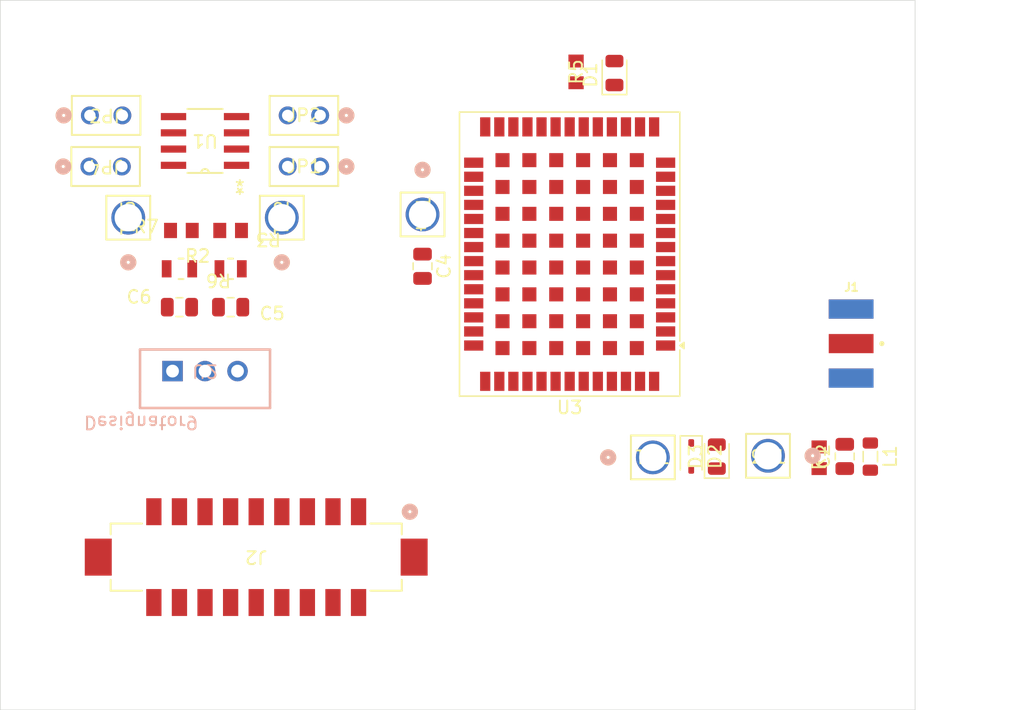
<source format=kicad_pcb>
(kicad_pcb (version 20240108) (generator "pcbnew") (generator_version "8.0")
  (layers (0 "F.Cu" signal) (31 "B.Cu" signal) (34 "B.Paste" user) (35 "F.Paste" user) (36 "B.SilkS" user "B.Silkscreen") (37 "F.SilkS" user "F.Silkscreen") (38 "B.Mask" user) (39 "F.Mask" user) (44 "Edge.Cuts" user))
  (net 0 "")
  (net 1 "/3v3_puce")
  (net 2 "GND")
  (net 3 "Net-(C2-Pad1)")
  (net 4 "/RF_IN")
  (net 5 "Net-(D1-A)")
  (net 6 "/I{slash}O ")
  (net 7 "Net-(U2-OUTPUT)")
  (net 8 "/UART_RX")
  (net 9 "/I{slash}O_CLK_SELECT")
  (net 10 "/O_TX_STATE")
  (net 11 "/UART_TX")
  (net 12 "/I_D_Sel")
  (net 13 "/I_RESET")
  (net 14 "/TIMER")
  (net 15 "/12V")
  (net 16 "/3V3-jumper")
  (net 17 "/5V-jumper")
  (net 18 "/5v_antenne")
  (net 19 "/3V3-IN")
  (net 20 "/5V-IN")
  (net 21 "/jumper_3V_out")
  (net 22 "/jumper_5V_out")
  (net 23 "Net-(U3-RTK_STAT)")
  (footprint "TestPoint:CONN1_5011_KEY" (layer "F.Cu") (at 45.000001 28.75 -90)
    (property "Reference" "TP4" (at 0 0 -90) (layer "F.SilkS"))
    (property "Value" "TestPoint")
    (fp_circle (center -3.4925 0) (end -3.1115 0) (stroke (width 0.508)) (fill none) (layer "B.SilkS"))
    (fp_line (start -1.7145 1.7145) (end 1.7145 1.7145) (stroke (width 0.1524)) (layer "F.SilkS"))
    (fp_line (start 1.7145 1.7145) (end 1.7145 -1.7145) (stroke (width 0.1524)) (layer "F.SilkS"))
    (fp_line (start -1.7145 -1.7145) (end -1.7145 1.7145) (stroke (width 0.1524)) (layer "F.SilkS"))
    (fp_line (start 1.7145 -1.7145) (end -1.7145 -1.7145) (stroke (width 0.1524)) (layer "F.SilkS"))
    (fp_circle (center -3.4925 0) (end -3.1115 0) (stroke (width 0.508)) (fill none) (layer "F.SilkS"))
    (pad "1" thru_hole circle (at 0 0 270) (size 2.6416 2.6416) (drill 2.1336) (layers "*.Cu" "*.Mask") (net 1 "/3v3_puce"))
  )
  (footprint "Connector:CON_1x02" (layer "F.Cu") (at 37.000001 25)
    (property "Reference" "JP1" (at -1.27 0 0) (layer "F.SilkS"))
    (property "Value" "Jumper_2_Open")
    (fp_circle (center 2.0447 0) (end 2.4257 0) (stroke (width 0.508)) (fill none) (layer "B.SilkS"))
    (fp_line (start -3.9497 -1.524) (end -3.9497 1.524) (stroke (width 0.1524)) (layer "F.SilkS"))
    (fp_line (start -3.9497 1.524) (end 1.4097 1.524) (stroke (width 0.1524)) (layer "F.SilkS"))
    (fp_line (start 1.4097 -1.524) (end -3.9497 -1.524) (stroke (width 0.1524)) (layer "F.SilkS"))
    (fp_line (start 1.4097 1.524) (end 1.4097 -1.524) (stroke (width 0.1524)) (layer "F.SilkS"))
    (fp_circle (center 2.0447 0) (end 2.4257 0) (stroke (width 0.508)) (fill none) (layer "F.SilkS"))
    (pad "1" thru_hole circle (at 0 0) (size 1.397 1.397) (drill 0.889) (layers "*.Cu" "*.Mask") (net 19 "/3V3-IN"))
    (pad "2" thru_hole circle (at -2.54 0) (size 1.397 1.397) (drill 0.889) (layers "*.Cu" "*.Mask") (net 21 "/jumper_3V_out"))
  )
  (footprint "Inductor_SMD:L_0805_2012Metric" (layer "F.Cu") (at 80.000001 47.6875 -90)
    (property "Reference" "L1" (at 0 -1.55 90) (layer "F.SilkS"))
    (property "Value" "0.01 µH")
    (fp_line (start -0.399622 0.56) (end 0.399622 0.56) (stroke (width 0.12)) (layer "F.SilkS"))
    (fp_line (start -0.399622 -0.56) (end 0.399622 -0.56) (stroke (width 0.12)) (layer "F.SilkS"))
    (pad "1" smd roundrect (at -1.0625 0 270) (size 0.875 1.2) (layers "F.Cu" "F.Paste" "F.Mask") (net 4 "/RF_IN"))
    (pad "2" smd roundrect (at 1.0625 0 270) (size 0.875 1.2) (layers "F.Cu" "F.Paste" "F.Mask") (net 3 "Net-(C2-Pad1)"))
  )
  (footprint "Capacitor_SMD:C_0805_2012Metric" (layer "F.Cu") (at 78.000001 47.675 90)
    (property "Reference" "C2" (at 0 -1.68 90) (layer "F.SilkS"))
    (property "Value" "100nf")
    (fp_line (start -0.261252 -0.735) (end 0.261252 -0.735) (stroke (width 0.12)) (layer "F.SilkS"))
    (fp_line (start -0.261252 0.735) (end 0.261252 0.735) (stroke (width 0.12)) (layer "F.SilkS"))
    (pad "1" smd roundrect (at -0.95 0 90) (size 1 1.45) (layers "F.Cu" "F.Paste" "F.Mask") (net 3 "Net-(C2-Pad1)"))
    (pad "2" smd roundrect (at 0.95 0 90) (size 1 1.45) (layers "F.Cu" "F.Paste" "F.Mask") (net 2 "GND"))
  )
  (footprint "Connector:CON18_2X9_U_DF11_HIR" (layer "F.Cu") (at 32 55.55 180)
    (property "Reference" "J2" (at 0 0 180) (layer "F.SilkS"))
    (property "Value" "DF11-18DS-2DSA06")
    (fp_circle (center -12.012 3.55) (end -11.631 3.55) (stroke (width 0.508)) (fill none) (layer "B.SilkS"))
    (fp_line (start 11.377 2.627) (end 11.377 1.78054) (stroke (width 0.1524)) (layer "F.SilkS"))
    (fp_line (start 11.377 -1.78054) (end 11.377 -2.627) (stroke (width 0.1524)) (layer "F.SilkS"))
    (fp_line (start 11.377 -2.627) (end 8.929639 -2.627) (stroke (width 0.1524)) (layer "F.SilkS"))
    (fp_line (start 8.929639 2.627) (end 11.377 2.627) (stroke (width 0.1524)) (layer "F.SilkS"))
    (fp_line (start -8.929639 -2.627) (end -11.377 -2.627) (stroke (width 0.1524)) (layer "F.SilkS"))
    (fp_line (start -11.377 2.627) (end -8.929639 2.627) (stroke (width 0.1524)) (layer "F.SilkS"))
    (fp_line (start -11.377 1.78054) (end -11.377 2.627) (stroke (width 0.1524)) (layer "F.SilkS"))
    (fp_line (start -11.377 -2.627) (end -11.377 -1.78054) (stroke (width 0.1524)) (layer "F.SilkS"))
    (fp_circle (center -12.012 3.55) (end -11.631 3.55) (stroke (width 0.508)) (fill none) (layer "F.SilkS"))
    (pad "1" smd rect (at -7.999999 3.55 180) (size 1.1938 2.1082) (layers "F.Cu" "F.Paste" "F.Mask") (net 14 "/TIMER"))
    (pad "2" smd rect (at -7.999999 -3.550001 180) (size 1.1938 2.1082) (layers "F.Cu" "F.Paste" "F.Mask") (net 13 "/I_RESET"))
    (pad "3" smd rect (at -6.000001 3.55 180) (size 1.1938 2.1082) (layers "F.Cu" "F.Paste" "F.Mask") (net 12 "/I_D_Sel"))
    (pad "4" smd rect (at -6.000001 -3.550001 180) (size 1.1938 2.1082) (layers "F.Cu" "F.Paste" "F.Mask") (net 10 "/O_TX_STATE"))
    (pad "5" smd rect (at -4 3.55 180) (size 1.1938 2.1082) (layers "F.Cu" "F.Paste" "F.Mask") (net 9 "/I{slash}O_CLK_SELECT"))
    (pad "6" smd rect (at -4 -3.550001 180) (size 1.1938 2.1082) (layers "F.Cu" "F.Paste" "F.Mask") (net 6 "/I{slash}O "))
    (pad "7" smd rect (at -2.000001 3.55 180) (size 1.1938 2.1082) (layers "F.Cu" "F.Paste" "F.Mask") (net 11 "/UART_TX"))
    (pad "8" smd rect (at -2.000001 -3.550001 180) (size 1.1938 2.1082) (layers "F.Cu" "F.Paste" "F.Mask") (net 8 "/UART_RX"))
    (pad "9" smd rect (at 0 3.55 180) (size 1.1938 2.1082) (layers "F.Cu" "F.Paste" "F.Mask") (net 2 "GND"))
    (pad "10" smd rect (at 0 -3.550001 180) (size 1.1938 2.1082) (layers "F.Cu" "F.Paste" "F.Mask"))
    (pad "11" smd rect (at 2.000001 3.55 180) (size 1.1938 2.1082) (layers "F.Cu" "F.Paste" "F.Mask"))
    (pad "12" smd rect (at 2.000001 -3.550001 180) (size 1.1938 2.1082) (layers "F.Cu" "F.Paste" "F.Mask"))
    (pad "13" smd rect (at 4 3.55 180) (size 1.1938 2.1082) (layers "F.Cu" "F.Paste" "F.Mask"))
    (pad "14" smd rect (at 4 -3.550001 180) (size 1.1938 2.1082) (layers "F.Cu" "F.Paste" "F.Mask"))
    (pad "15" smd rect (at 6.000001 3.55 180) (size 1.1938 2.1082) (layers "F.Cu" "F.Paste" "F.Mask"))
    (pad "16" smd rect (at 6.000001 -3.550001 180) (size 1.1938 2.1082) (layers "F.Cu" "F.Paste" "F.Mask") (net 17 "/5V-jumper"))
    (pad "17" smd rect (at 7.999999 3.55 180) (size 1.1938 2.1082) (layers "F.Cu" "F.Paste" "F.Mask") (net 16 "/3V3-jumper"))
    (pad "18" smd rect (at 7.999999 -3.550001 180) (size 1.1938 2.1082) (layers "F.Cu" "F.Paste" "F.Mask") (net 15 "/12V"))
    (pad "19" smd rect (at -12.3444 0 180) (size 2.1082 2.8956) (layers "F.Cu" "F.Paste" "F.Mask"))
    (pad "20" smd rect (at 12.3444 0 180) (size 2.1082 2.8956) (layers "F.Cu" "F.Paste" "F.Mask"))
  )
  (footprint "TestPoint:CONN1_5011_KEY" (layer "F.Cu") (at 63.000001 47.75)
    (property "Reference" "TP1" (at 0 0 0) (layer "F.SilkS"))
    (property "Value" "TestPoint")
    (fp_circle (center -3.4925 0) (end -3.1115 0) (stroke (width 0.508)) (fill none) (layer "B.SilkS"))
    (fp_line (start -1.7145 -1.7145) (end -1.7145 1.7145) (stroke (width 0.1524)) (layer "F.SilkS"))
    (fp_line (start -1.7145 1.7145) (end 1.7145 1.7145) (stroke (width 0.1524)) (layer "F.SilkS"))
    (fp_line (start 1.7145 -1.7145) (end -1.7145 -1.7145) (stroke (width 0.1524)) (layer "F.SilkS"))
    (fp_line (start 1.7145 1.7145) (end 1.7145 -1.7145) (stroke (width 0.1524)) (layer "F.SilkS"))
    (fp_circle (center -3.4925 0) (end -3.1115 0) (stroke (width 0.508)) (fill none) (layer "F.SilkS"))
    (pad "1" thru_hole circle (at 0 0) (size 2.6416 2.6416) (drill 2.1336) (layers "*.Cu" "*.Mask") (net 4 "/RF_IN"))
  )
  (footprint "Diode_SMD:D_0805_2012Metric" (layer "F.Cu") (at 68.000001 47.6875 90)
    (property "Reference" "D3" (at 0 -1.65 90) (layer "F.SilkS"))
    (property "Value" "3.7")
    (fp_line (start 1 -0.96) (end -1.685 -0.96) (stroke (width 0.12)) (layer "F.SilkS"))
    (fp_line (start -1.685 -0.96) (end -1.685 0.96) (stroke (width 0.12)) (layer "F.SilkS"))
    (fp_line (start -1.685 0.96) (end 1 0.96) (stroke (width 0.12)) (layer "F.SilkS"))
    (pad "1" smd roundrect (at -0.9375 0 90) (size 0.975 1.4) (layers "F.Cu" "F.Paste" "F.Mask") (net 2 "GND"))
    (pad "2" smd roundrect (at 0.9375 0 90) (size 0.975 1.4) (layers "F.Cu" "F.Paste" "F.Mask") (net 4 "/RF_IN"))
  )
  (footprint "00_OPA2365:D8" (layer "F.Cu") (at 28.000001 23 180)
    (property "Reference" "U1" (at 0 0 180) (layer "F.SilkS"))
    (property "Value" "OPA2365AID")
    (fp_line (start 1.373653 -2.5019) (end -1.373653 -2.5019) (stroke (width 0.1524)) (layer "F.SilkS"))
    (fp_line (start -1.373653 2.5019) (end 1.373653 2.5019) (stroke (width 0.1524)) (layer "F.SilkS"))
    (fp_arc (start 0.3048 -2.5019) (mid 0 -2.1971) (end -0.3048 -2.5019) (stroke (width 0.1524)) (layer "F.SilkS"))
    (fp_text user "*" (at -2.7178 -3.6068 360) (layer "F.SilkS"))
    (fp_text user "*" (at -2.7178 -3.6068 180) (layer "F.SilkS"))
    (pad "1" smd rect (at -2.4638 -1.905 180) (size 1.9812 0.5588) (layers "F.Cu" "F.Paste" "F.Mask") (net 1 "/3v3_puce"))
    (pad "2" smd rect (at -2.4638 -0.635 180) (size 1.9812 0.5588) (layers "F.Cu" "F.Paste" "F.Mask") (net 1 "/3v3_puce"))
    (pad "3" smd rect (at -2.4638 0.635 180) (size 1.9812 0.5588) (layers "F.Cu" "F.Paste" "F.Mask") (net 21 "/jumper_3V_out"))
    (pad "4" smd rect (at -2.4638 1.905 180) (size 1.9812 0.5588) (layers "F.Cu" "F.Paste" "F.Mask") (net 2 "GND"))
    (pad "5" smd rect (at 2.4638 1.905 180) (size 1.9812 0.5588) (layers "F.Cu" "F.Paste" "F.Mask") (net 22 "/jumper_5V_out"))
    (pad "6" smd rect (at 2.4638 0.635 180) (size 1.9812 0.5588) (layers "F.Cu" "F.Paste" "F.Mask") (net 18 "/5v_antenne"))
    (pad "7" smd rect (at 2.4638 -0.635 180) (size 1.9812 0.5588) (layers "F.Cu" "F.Paste" "F.Mask") (net 18 "/5v_antenne"))
    (pad "8" smd rect (at 2.4638 -1.905 180) (size 1.9812 0.5588) (layers "F.Cu" "F.Paste" "F.Mask") (net 15 "/12V"))
  )
  (footprint "Capacitor_SMD:C_0805_2012Metric" (layer "F.Cu") (at 26.000001 36)
    (property "Reference" "C6" (at -3.15 -0.8 360) (layer "F.SilkS"))
    (property "Value" "100nF")
    (fp_line (start -0.261252 -0.735) (end 0.261252 -0.735) (stroke (width 0.12)) (layer "F.SilkS"))
    (fp_line (start -0.261252 0.735) (end 0.261252 0.735) (stroke (width 0.12)) (layer "F.SilkS"))
    (pad "1" smd roundrect (at -0.95 0) (size 1 1.45) (layers "F.Cu" "F.Paste" "F.Mask") (net 7 "Net-(U2-OUTPUT)"))
    (pad "2" smd roundrect (at 0.95 0) (size 1 1.45) (layers "F.Cu" "F.Paste" "F.Mask") (net 2 "GND"))
  )
  (footprint "res_SMD_10kohm:YAG_R0805_YAG" (layer "F.Cu") (at 26.125301 33 180)
    (property "Reference" "R6" (at -2.9253 -0.9 180) (layer "F.SilkS"))
    (property "Value" "10k")
    (fp_line (start 0.18775 -0.8001) (end -0.18775 -0.8001) (stroke (width 0.1524)) (layer "F.SilkS"))
    (fp_line (start -0.18775 0.8001) (end 0.18775 0.8001) (stroke (width 0.1524)) (layer "F.SilkS"))
    (pad "1" smd rect (at -0.8747 0 180) (size 0.7588 1.3462) (layers "F.Cu" "F.Paste" "F.Mask") (net 7 "Net-(U2-OUTPUT)"))
    (pad "2" smd rect (at 1.1253 0 180) (size 0.7588 1.3462) (layers "F.Cu" "F.Paste" "F.Mask") (net 20 "/5V-IN"))
  )
  (footprint "Connector:CON_1x02" (layer "F.Cu") (at 18.960001 25 180)
    (property "Reference" "JP4" (at -1.27 0 180) (layer "F.SilkS"))
    (property "Value" "Jumper_2_Open")
    (fp_circle (center 2.0447 0) (end 2.4257 0) (stroke (width 0.508)) (fill none) (layer "B.SilkS"))
    (fp_line (start 1.4097 1.524) (end 1.4097 -1.524) (stroke (width 0.1524)) (layer "F.SilkS"))
    (fp_line (start 1.4097 -1.524) (end -3.9497 -1.524) (stroke (width 0.1524)) (layer "F.SilkS"))
    (fp_line (start -3.9497 1.524) (end 1.4097 1.524) (stroke (width 0.1524)) (layer "F.SilkS"))
    (fp_line (start -3.9497 -1.524) (end -3.9497 1.524) (stroke (width 0.1524)) (layer "F.SilkS"))
    (fp_circle (center 2.0447 0) (end 2.4257 0) (stroke (width 0.508)) (fill none) (layer "F.SilkS"))
    (pad "1" thru_hole circle (at 0 0 180) (size 1.397 1.397) (drill 0.889) (layers "*.Cu" "*.Mask") (net 17 "/5V-jumper"))
    (pad "2" thru_hole circle (at -2.54 0 180) (size 1.397 1.397) (drill 0.889) (layers "*.Cu" "*.Mask") (net 22 "/jumper_5V_out"))
  )
  (footprint "SMA:RFSOLUTIONS_CON-SMA-EDGE-S" (layer "F.Cu") (at 78.500001 38.85)
    (property "Reference" "J1" (at 0.032 -4.4064 0) (layer "F.SilkS") (effects (font (size 0.64 0.64))))
    (property "Value" "Conn_Coaxial_Small")
    (fp_circle (center 2.4 0) (end 2.5 0) (stroke (width 0.2)) (fill none) (layer "F.SilkS"))
    (pad "1" smd rect (at 0 0) (size 3.5 1.5) (layers "F.Cu" "F.Paste" "F.Mask") (net 4 "/RF_IN"))
    (pad "G1" smd rect (at 0 -2.7) (size 3.5 1.5) (layers "F.Cu" "F.Paste" "F.Mask"))
    (pad "G2" smd rect (at 0 2.7) (size 3.5 1.5) (layers "F.Cu" "F.Paste" "F.Mask"))
    (pad "G3" smd rect (at 0 -2.7) (size 3.5 1.5) (layers "B.Cu" "B.Paste" "B.Mask"))
    (pad "G4" smd rect (at 0 2.7) (size 3.5 1.5) (layers "B.Cu" "B.Paste" "B.Mask"))
  )
  (footprint "Diode_SMD:D_SOD-323" (layer "F.Cu") (at 66.000001 47.675 -90)
    (property "Reference" "D2" (at 0 -1.85 90) (layer "F.SilkS"))
    (property "Value" "3.6")
    (fp_line (start -1.61 0.85) (end 1.05 0.85) (stroke (width 0.12)) (layer "F.SilkS"))
    (fp_line (start -1.61 -0.85) (end -1.61 0.85) (stroke (width 0.12)) (layer "F.SilkS"))
    (fp_line (start -1.61 -0.85) (end 1.05 -0.85) (stroke (width 0.12)) (layer "F.SilkS"))
    (pad "1" smd roundrect (at -1.05 0 270) (size 0.6 0.45) (layers "F.Cu" "F.Paste" "F.Mask") (net 4 "/RF_IN"))
    (pad "2" smd roundrect (at 1.05 0 270) (size 0.6 0.45) (layers "F.Cu" "F.Paste" "F.Mask") (net 2 "GND"))
  )
  (footprint "res_SMD_5.6kohm:RC0805N_YAG" (layer "F.Cu") (at 26.151901 30)
    (property "Reference" "R7" (at -2.7519 -0.3 0) (layer "F.SilkS"))
    (property "Value" "5.6k")
    (pad "1" smd rect (at -0.8481 0) (size 1.0104 1.1938) (layers "F.Cu" "F.Paste" "F.Mask") (net 20 "/5V-IN"))
    (pad "2" smd rect (at 0.8481 0) (size 1.0104 1.1938) (layers "F.Cu" "F.Paste" "F.Mask") (net 2 "GND"))
  )
  (footprint "TestPoint:CONN1_5011_KEY" (layer "F.Cu") (at 22.000001 29 90)
    (property "Reference" "TP5" (at 0 0 90) (layer "F.SilkS"))
    (property "Value" "TestPoint")
    (fp_circle (center -3.4925 0) (end -3.1115 0) (stroke (width 0.508)) (fill none) (layer "B.SilkS"))
    (fp_line (start 1.7145 -1.7145) (end -1.7145 -1.7145) (stroke (width 0.1524)) (layer "F.SilkS"))
    (fp_line (start -1.7145 -1.7145) (end -1.7145 1.7145) (stroke (width 0.1524)) (layer "F.SilkS"))
    (fp_line (start 1.7145 1.7145) (end 1.7145 -1.7145) (stroke (width 0.1524)) (layer "F.SilkS"))
    (fp_line (start -1.7145 1.7145) (end 1.7145 1.7145) (stroke (width 0.1524)) (layer "F.SilkS"))
    (fp_circle (center -3.4925 0) (end -3.1115 0) (stroke (width 0.508)) (fill none) (layer "F.SilkS"))
    (pad "1" thru_hole circle (at 0 0 90) (size 2.6416 2.6416) (drill 2.1336) (layers "*.Cu" "*.Mask") (net 20 "/5V-IN"))
  )
  (footprint "res_SMD_330ohm:RC0805N_YAG" (layer "F.Cu") (at 57.000001 17.5981 90)
    (property "Reference" "R5" (at 0 0 90) (layer "F.SilkS"))
    (property "Value" "330")
    (pad "1" smd rect (at -0.8481 0 90) (size 1.0104 1.1938) (layers "F.Cu" "F.Paste" "F.Mask") (net 23 "Net-(U3-RTK_STAT)"))
    (pad "2" smd rect (at 0.8481 0 90) (size 1.0104 1.1938) (layers "F.Cu" "F.Paste" "F.Mask") (net 5 "Net-(D1-A)"))
  )
  (footprint "Capacitor_SMD:C_0805_2012Metric" (layer "F.Cu") (at 30.000001 36 180)
    (property "Reference" "C5" (at -3.25 -0.5 360) (layer "F.SilkS"))
    (property "Value" "100nF")
    (fp_line (start -0.261252 0.735) (end 0.261252 0.735) (stroke (width 0.12)) (layer "F.SilkS"))
    (fp_line (start -0.261252 -0.735) (end 0.261252 -0.735) (stroke (width 0.12)) (layer "F.SilkS"))
    (pad "1" smd roundrect (at -0.95 0 180) (size 1 1.45) (layers "F.Cu" "F.Paste" "F.Mask") (net 7 "Net-(U2-OUTPUT)"))
    (pad "2" smd roundrect (at 0.95 0 180) (size 1 1.45) (layers "F.Cu" "F.Paste" "F.Mask") (net 2 "GND"))
  )
  (footprint "TestPoint:CONN1_5011_KEY" (layer "F.Cu") (at 34.000001 29 90)
    (property "Reference" "TP2" (at 0 0 90) (layer "F.SilkS"))
    (property "Value" "TestPoint")
    (fp_circle (center -3.4925 0) (end -3.1115 0) (stroke (width 0.508)) (fill none) (layer "B.SilkS"))
    (fp_line (start 1.7145 -1.7145) (end -1.7145 -1.7145) (stroke (width 0.1524)) (layer "F.SilkS"))
    (fp_line (start -1.7145 -1.7145) (end -1.7145 1.7145) (stroke (width 0.1524)) (layer "F.SilkS"))
    (fp_line (start 1.7145 1.7145) (end 1.7145 -1.7145) (stroke (width 0.1524)) (layer "F.SilkS"))
    (fp_line (start -1.7145 1.7145) (end 1.7145 1.7145) (stroke (width 0.1524)) (layer "F.SilkS"))
    (fp_circle (center -3.4925 0) (end -3.1115 0) (stroke (width 0.508)) (fill none) (layer "F.SilkS"))
    (pad "1" thru_hole circle (at 0 0 90) (size 2.6416 2.6416) (drill 2.1336) (layers "*.Cu" "*.Mask") (net 19 "/3V3-IN"))
  )
  (footprint "Connector:CON_1x02" (layer "F.Cu") (at 37.000001 21)
    (property "Reference" "JP2" (at -1.27 0 0) (layer "F.SilkS"))
    (property "Value" "Jumper_2_Open")
    (fp_circle (center 2.0447 0) (end 2.4257 0) (stroke (width 0.508)) (fill none) (layer "B.SilkS"))
    (fp_line (start -3.9497 -1.524) (end -3.9497 1.524) (stroke (width 0.1524)) (layer "F.SilkS"))
    (fp_line (start -3.9497 1.524) (end 1.4097 1.524) (stroke (width 0.1524)) (layer "F.SilkS"))
    (fp_line (start 1.4097 -1.524) (end -3.9497 -1.524) (stroke (width 0.1524)) (layer "F.SilkS"))
    (fp_line (start 1.4097 1.524) (end 1.4097 -1.524) (stroke (width 0.1524)) (layer "F.SilkS"))
    (fp_circle (center 2.0447 0) (end 2.4257 0) (stroke (width 0.508)) (fill none) (layer "F.SilkS"))
    (pad "1" thru_hole circle (at 0 0) (size 1.397 1.397) (drill 0.889) (layers "*.Cu" "*.Mask") (net 16 "/3V3-jumper"))
    (pad "2" thru_hole circle (at -2.54 0) (size 1.397 1.397) (drill 0.889) (layers "*.Cu" "*.Mask") (net 21 "/jumper_3V_out"))
  )
  (footprint "Connector:CON_1x02" (layer "F.Cu") (at 19.000001 21 180)
    (property "Reference" "JP3" (at -1.27 0 180) (layer "F.SilkS"))
    (property "Value" "Jumper_2_Open")
    (fp_circle (center 2.0447 0) (end 2.4257 0) (stroke (width 0.508)) (fill none) (layer "B.SilkS"))
    (fp_line (start 1.4097 1.524) (end 1.4097 -1.524) (stroke (width 0.1524)) (layer "F.SilkS"))
    (fp_line (start 1.4097 -1.524) (end -3.9497 -1.524) (stroke (width 0.1524)) (layer "F.SilkS"))
    (fp_line (start -3.9497 1.524) (end 1.4097 1.524) (stroke (width 0.1524)) (layer "F.SilkS"))
    (fp_line (start -3.9497 -1.524) (end -3.9497 1.524) (stroke (width 0.1524)) (layer "F.SilkS"))
    (fp_circle (center 2.0447 0) (end 2.4257 0) (stroke (width 0.508)) (fill none) (layer "F.SilkS"))
    (pad "1" thru_hole circle (at 0 0 180) (size 1.397 1.397) (drill 0.889) (layers "*.Cu" "*.Mask") (net 20 "/5V-IN"))
    (pad "2" thru_hole circle (at -2.54 0 180) (size 1.397 1.397) (drill 0.889) (layers "*.Cu" "*.Mask") (net 22 "/jumper_5V_out"))
  )
  (footprint "TestPoint:CONN1_5011_KEY" (layer "F.Cu") (at 72.000001 47.625 180)
    (property "Reference" "TP3" (at 0 0 180) (layer "F.SilkS"))
    (property "Value" "TestPoint")
    (fp_circle (center -3.4925 0) (end -3.1115 0) (stroke (width 0.508)) (fill none) (layer "B.SilkS"))
    (fp_line (start 1.7145 1.7145) (end 1.7145 -1.7145) (stroke (width 0.1524)) (layer "F.SilkS"))
    (fp_line (start 1.7145 -1.7145) (end -1.7145 -1.7145) (stroke (width 0.1524)) (layer "F.SilkS"))
    (fp_line (start -1.7145 1.7145) (end 1.7145 1.7145) (stroke (width 0.1524)) (layer "F.SilkS"))
    (fp_line (start -1.7145 -1.7145) (end -1.7145 1.7145) (stroke (width 0.1524)) (layer "F.SilkS"))
    (fp_circle (center -3.4925 0) (end -3.1115 0) (stroke (width 0.508)) (fill none) (layer "F.SilkS"))
    (pad "1" thru_hole circle (at 0 0 180) (size 2.6416 2.6416) (drill 2.1336) (layers "*.Cu" "*.Mask") (net 4 "/RF_IN"))
  )
  (footprint "Capacitor_SMD:C_0805_2012Metric" (layer "F.Cu") (at 45.000001 32.8 -90)
    (property "Reference" "C4" (at 0 -1.68 90) (layer "F.SilkS"))
    (property "Value" "10µF")
    (fp_line (start -0.261252 0.735) (end 0.261252 0.735) (stroke (width 0.12)) (layer "F.SilkS"))
    (fp_line (start -0.261252 -0.735) (end 0.261252 -0.735) (stroke (width 0.12)) (layer "F.SilkS"))
    (pad "1" smd roundrect (at -0.95 0 270) (size 1 1.45) (layers "F.Cu" "F.Paste" "F.Mask") (net 1 "/3v3_puce"))
    (pad "2" smd roundrect (at 0.95 0 270) (size 1 1.45) (layers "F.Cu" "F.Paste" "F.Mask") (net 2 "GND"))
  )
  (footprint "res_SMD_4.3kohm:RC0805N_YAG" (layer "F.Cu") (at 30.000001 30 180)
    (property "Reference" "R3" (at -2.9519 -0.7 180) (layer "F.SilkS"))
    (property "Value" "3.9k")
    (pad "1" smd rect (at -0.8481 0 180) (size 1.0104 1.1938) (layers "F.Cu" "F.Paste" "F.Mask") (net 19 "/3V3-IN"))
    (pad "2" smd rect (at 0.8481 0 180) (size 1.0104 1.1938) (layers "F.Cu" "F.Paste" "F.Mask") (net 2 "GND"))
  )
  (footprint "res_SMD_330ohm:RC0805N_YAG" (layer "F.Cu") (at 76.000001 47.7769 90)
    (property "Reference" "R1" (at 0 0 90) (layer "F.SilkS"))
    (property "Value" "10 Ohm")
    (pad "1" smd rect (at -0.8481 0 90) (size 1.0104 1.1938) (layers "F.Cu" "F.Paste" "F.Mask") (net 3 "Net-(C2-Pad1)"))
    (pad "2" smd rect (at 0.8481 0 90) (size 1.0104 1.1938) (layers "F.Cu" "F.Paste" "F.Mask") (net 18 "/5v_antenne"))
  )
  (footprint "LED_SMD:LED_0805_2012Metric" (layer "F.Cu") (at 60.000001 17.6875 90)
    (property "Reference" "D1" (at -0.1543 -1.8747 90) (layer "F.SilkS"))
    (property "Value" "LED_rouge")
    (fp_line (start 1 -0.96) (end -1.685 -0.96) (stroke (width 0.12)) (layer "F.SilkS"))
    (fp_line (start -1.685 -0.96) (end -1.685 0.96) (stroke (width 0.12)) (layer "F.SilkS"))
    (fp_line (start -1.685 0.96) (end 1 0.96) (stroke (width 0.12)) (layer "F.SilkS"))
    (pad "1" smd roundrect (at -0.9375 0 90) (size 0.975 1.4) (layers "F.Cu" "F.Paste" "F.Mask") (net 2 "GND"))
    (pad "2" smd roundrect (at 0.9375 0 90) (size 0.975 1.4) (layers "F.Cu" "F.Paste" "F.Mask") (net 5 "Net-(D1-A)"))
  )
  (footprint "RF_GPS:ublox_ZED" (layer "F.Cu") (at 56.500001 31.85 180)
    (property "Reference" "U3" (at 0 -12 0) (layer "F.SilkS"))
    (property "Value" "ZED-F9P")
    (fp_line (start 8.61 -11.11) (end 8.61 11.11) (stroke (width 0.12)) (layer "F.SilkS"))
    (fp_line (start -8.61 11.11) (end 8.61 11.11) (stroke (width 0.12)) (layer "F.SilkS"))
    (fp_line (start -8.61 -6.8) (end -8.61 11.11) (stroke (width 0.12)) (layer "F.SilkS"))
    (fp_line (start -8.61 -7.5) (end -8.61 -11.11) (stroke (width 0.12)) (layer "F.SilkS"))
    (fp_line (start -8.61 -11.11) (end 8.61 -11.11) (stroke (width 0.12)) (layer "F.SilkS"))
    (fp_poly (pts (xy -8.61 -7.15) (xy -8.94 -6.91) (xy -8.94 -7.39) (xy -8.61 -7.15)) (stroke (width 0.12)) (fill solid) (layer "F.SilkS"))
    (pad "1" smd rect (at -7.5 -7.15 180) (size 1.5 0.8) (layers "F.Cu" "F.Paste" "F.Mask") (net 2 "GND"))
    (pad "2" smd rect (at -7.5 -6.05 180) (size 1.5 0.8) (layers "F.Cu" "F.Paste" "F.Mask") (net 4 "/RF_IN"))
    (pad "3" smd rect (at -7.5 -4.95 180) (size 1.5 0.8) (layers "F.Cu" "F.Paste" "F.Mask") (net 2 "GND"))
    (pad "4" smd rect (at -7.5 -3.85 180) (size 1.5 0.8) (layers "F.Cu" "F.Paste" "F.Mask"))
    (pad "5" smd rect (at -7.5 -2.75 180) (size 1.5 0.8) (layers "F.Cu" "F.Paste" "F.Mask"))
    (pad "6" smd rect (at -7.5 -1.65 180) (size 1.5 0.8) (layers "F.Cu" "F.Paste" "F.Mask"))
    (pad "7" smd rect (at -7.5 -0.55 180) (size 1.5 0.8) (layers "F.Cu" "F.Paste" "F.Mask") (net 2 "GND"))
    (pad "8" smd rect (at -7.5 0.55 180) (size 1.5 0.8) (layers "F.Cu" "F.Paste" "F.Mask"))
    (pad "9" smd rect (at -7.5 1.65 180) (size 1.5 0.8) (layers "F.Cu" "F.Paste" "F.Mask"))
    (pad "10" smd rect (at -7.5 2.75 180) (size 1.5 0.8) (layers "F.Cu" "F.Paste" "F.Mask"))
    (pad "11" smd rect (at -7.5 3.85 180) (size 1.5 0.8) (layers "F.Cu" "F.Paste" "F.Mask"))
    (pad "12" smd rect (at -7.5 4.95 180) (size 1.5 0.8) (layers "F.Cu" "F.Paste" "F.Mask") (net 2 "GND"))
    (pad "13" smd rect (at -7.5 6.05 180) (size 1.5 0.8) (layers "F.Cu" "F.Paste" "F.Mask"))
    (pad "14" smd rect (at -7.5 7.15 180) (size 1.5 0.8) (layers "F.Cu" "F.Paste" "F.Mask") (net 2 "GND"))
    (pad "15" smd rect (at -6.6 9.95 270) (size 1.5 0.8) (layers "F.Cu" "F.Paste" "F.Mask"))
    (pad "16" smd rect (at -5.5 9.95 270) (size 1.5 0.8) (layers "F.Cu" "F.Paste" "F.Mask"))
    (pad "17" smd rect (at -4.4 9.95 270) (size 1.5 0.8) (layers "F.Cu" "F.Paste" "F.Mask"))
    (pad "18" smd rect (at -3.3 9.95 90) (size 1.5 0.8) (layers "F.Cu" "F.Paste" "F.Mask"))
    (pad "19" smd rect (at -2.2 9.95 270) (size 1.5 0.8) (layers "F.Cu" "F.Paste" "F.Mask"))
    (pad "20" smd rect (at -1.1 9.95 270) (size 1.5 0.8) (layers "F.Cu" "F.Paste" "F.Mask") (net 23 "Net-(U3-RTK_STAT)"))
    (pad "21" smd rect (at 0 9.95 270) (size 1.5 0.8) (layers "F.Cu" "F.Paste" "F.Mask"))
    (pad "22" smd rect (at 1.1 9.95 270) (size 1.5 0.8) (layers "F.Cu" "F.Paste" "F.Mask"))
    (pad "23" smd rect (at 2.2 9.95 270) (size 1.5 0.8) (layers "F.Cu" "F.Paste" "F.Mask"))
    (pad "24" smd rect (at 3.3 9.95 270) (size 1.5 0.8) (layers "F.Cu" "F.Paste" "F.Mask"))
    (pad "25" smd rect (at 4.4 9.95 270) (size 1.5 0.8) (layers "F.Cu" "F.Paste" "F.Mask"))
    (pad "26" smd rect (at 5.5 9.95 270) (size 1.5 0.8) (layers "F.Cu" "F.Paste" "F.Mask"))
    (pad "27" smd rect (at 6.6 9.95 270) (size 1.5 0.8) (layers "F.Cu" "F.Paste" "F.Mask"))
    (pad "28" smd rect (at 7.5 7.15 180) (size 1.5 0.8) (layers "F.Cu" "F.Paste" "F.Mask"))
    (pad "29" smd rect (at 7.5 6.05 180) (size 1.5 0.8) (layers "F.Cu" "F.Paste" "F.Mask"))
    (pad "30" smd rect (at 7.5 4.95 180) (size 1.5 0.8) (layers "F.Cu" "F.Paste" "F.Mask"))
    (pad "31" smd rect (at 7.5 3.85 180) (size 1.5 0.8) (layers "F.Cu" "F.Paste" "F.Mask"))
    (pad "32" smd rect (at 7.5 2.75 180) (size 1.5 0.8) (layers "F.Cu" "F.Paste" "F.Mask") (net 2 "GND"))
    (pad "33" smd rect (at 7.5 1.65 180) (size 1.5 0.8) (layers "F.Cu" "F.Paste" "F.Mask") (net 1 "/3v3_puce"))
    (pad "34" smd rect (at 7.5 0.55 180) (size 1.5 0.8) (layers "F.Cu" "F.Paste" "F.Mask") (net 1 "/3v3_puce"))
    (pad "35" smd rect (at 7.5 -0.55 180) (size 1.5 0.8) (layers "F.Cu" "F.Paste" "F.Mask"))
    (pad "36" smd rect (at 7.5 -1.65 180) (size 1.5 0.8) (layers "F.Cu" "F.Paste" "F.Mask") (net 2 "GND"))
    (pad "37" smd rect (at 7.5 -2.75 180) (size 1.5 0.8) (layers "F.Cu" "F.Paste" "F.Mask") (net 2 "GND"))
    (pad "38" smd rect (at 7.5 -3.85 180) (size 1.5 0.8) (layers "F.Cu" "F.Paste" "F.Mask") (net 2 "GND"))
    (pad "39" smd rect (at 7.5 -4.95 180) (size 1.5 0.8) (layers "F.Cu" "F.Paste" "F.Mask") (net 2 "GND"))
    (pad "40" smd rect (at 7.5 -6.05 180) (size 1.5 0.8) (layers "F.Cu" "F.Paste" "F.Mask") (net 2 "GND"))
    (pad "41" smd rect (at 7.5 -7.15 180) (size 1.5 0.8) (layers "F.Cu" "F.Paste" "F.Mask") (net 2 "GND"))
    (pad "42" smd rect (at 6.6 -9.95 270) (size 1.5 0.8) (layers "F.Cu" "F.Paste" "F.Mask") (net 11 "/UART_TX"))
    (pad "43" smd rect (at 5.5 -9.95 270) (size 1.5 0.8) (layers "F.Cu" "F.Paste" "F.Mask") (net 8 "/UART_RX"))
    (pad "44" smd rect (at 4.4 -9.95 270) (size 1.5 0.8) (layers "F.Cu" "F.Paste" "F.Mask") (net 6 "/I{slash}O "))
    (pad "45" smd rect (at 3.3 -9.95 270) (size 1.5 0.8) (layers "F.Cu" "F.Paste" "F.Mask") (net 9 "/I{slash}O_CLK_SELECT"))
    (pad "46" smd rect (at 2.2 -9.95 270) (size 1.5 0.8) (layers "F.Cu" "F.Paste" "F.Mask") (net 10 "/O_TX_STATE"))
    (pad "47" smd rect (at 1.1 -9.95 270) (size 1.5 0.8) (layers "F.Cu" "F.Paste" "F.Mask") (net 12 "/I_D_Sel"))
    (pad "48" smd rect (at 0 -9.95 270) (size 1.5 0.8) (layers "F.Cu" "F.Paste" "F.Mask") (net 2 "GND"))
    (pad "49" smd rect (at -1.1 -9.95 270) (size 1.5 0.8) (layers "F.Cu" "F.Paste" "F.Mask") (net 13 "/I_RESET"))
    (pad "50" smd rect (at -2.2 -9.95 270) (size 1.5 0.8) (layers "F.Cu" "F.Paste" "F.Mask"))
    (pad "51" smd rect (at -3.3 -9.95 270) (size 1.5 0.8) (layers "F.Cu" "F.Paste" "F.Mask"))
    (pad "52" smd rect (at -4.4 -9.95 270) (size 1.5 0.8) (layers "F.Cu" "F.Paste" "F.Mask"))
    (pad "53" smd rect (at -5.5 -9.95 270) (size 1.5 0.8) (layers "F.Cu" "F.Paste" "F.Mask") (net 14 "/TIMER"))
    (pad "54" smd rect (at -6.6 -9.95 270) (size 1.5 0.8) (layers "F.Cu" "F.Paste" "F.Mask"))
    (pad "55" smd rect (at -5.25 -7.35 180) (size 1.1 1.1) (layers "F.Cu" "F.Paste" "F.Mask") (net 2 "GND"))
    (pad "55" smd rect (at -5.25 -5.25 180) (size 1.1 1.1) (layers "F.Cu" "F.Paste" "F.Mask") (net 2 "GND"))
    (pad "55" smd rect (at -5.25 -3.15 180) (size 1.1 1.1) (layers "F.Cu" "F.Paste" "F.Mask") (net 2 "GND"))
    (pad "55" smd rect (at -5.25 -1.05 180) (size 1.1 1.1) (layers "F.Cu" "F.Paste" "F.Mask") (net 2 "GND"))
    (pad "55" smd rect (at -5.25 1.05 180) (size 1.1 1.1) (layers "F.Cu" "F.Paste" "F.Mask") (net 2 "GND"))
    (pad "55" smd rect (at -5.25 3.15 180) (size 1.1 1.1) (layers "F.Cu" "F.Paste" "F.Mask") (net 2 "GND"))
    (pad "55" smd rect (at -5.25 5.25 180) (size 1.1 1.1) (layers "F.Cu" "F.Paste" "F.Mask") (net 2 "GND"))
    (pad "55" smd rect (at -5.25 7.35 180) (size 1.1 1.1) (layers "F.Cu" "F.Paste" "F.Mask") (net 2 "GND"))
    (pad "55" smd rect (at -3.15 -7.35 180) (size 1.1 1.1) (layers "F.Cu" "F.Paste" "F.Mask") (net 2 "GND"))
    (pad "55" smd rect (at -3.15 -5.25 180) (size 1.1 1.1) (layers "F.Cu" "F.Paste" "F.Mask") (net 2 "GND"))
    (pad "55" smd rect (at -3.15 -3.15 180) (size 1.1 1.1) (layers "F.Cu" "F.Paste" "F.Mask") (net 2 "GND"))
    (pad "55" smd rect (at -3.15 -1.05 180) (size 1.1 1.1) (layers "F.Cu" "F.Paste" "F.Mask") (net 2 "GND"))
    (pad "55" smd rect (at -3.15 1.05 180) (size 1.1 1.1) (layers "F.Cu" "F.Paste" "F.Mask") (net 2 "GND"))
    (pad "55" smd rect (at -3.15 3.15 180) (size 1.1 1.1) (layers "F.Cu" "F.Paste" "F.Mask") (net 2 "GND"))
    (pad "55" smd rect (at -3.15 5.25 180) (size 1.1 1.1) (layers "F.Cu" "F.Paste" "F.Mask") (net 2 "GND"))
    (pad "55" smd rect (at -3.15 7.35 180) (size 1.1 1.1) (layers "F.Cu" "F.Paste" "F.Mask") (net 2 "GND"))
    (pad "55" smd rect (at -1.05 -7.35 180) (size 1.1 1.1) (layers "F.Cu" "F.Paste" "F.Mask") (net 2 "GND"))
    (pad "55" smd rect (at -1.05 -5.25 180) (size 1.1 1.1) (layers "F.Cu" "F.Paste" "F.Mask") (net 2 "GND"))
    (pad "55" smd rect (at -1.05 -3.15 180) (size 1.1 1.1) (layers "F.Cu" "F.Paste" "F.Mask") (net 2 "GND"))
    (pad "55" smd rect (at -1.05 -1.05 180) (size 1.1 1.1) (layers "F.Cu" "F.Paste" "F.Mask") (net 2 "GND"))
    (pad "55" smd rect (at -1.05 1.05 180) (size 1.1 1.1) (layers "F.Cu" "F.Paste" "F.Mask") (net 2 "GND"))
    (pad "55" smd rect (at -1.05 3.15 180) (size 1.1 1.1) (layers "F.Cu" "F.Paste" "F.Mask") (net 2 "GND"))
    (pad "55" smd rect (at -1.05 5.25 180) (size 1.1 1.1) (layers "F.Cu" "F.Paste" "F.Mask") (net 2 "GND"))
    (pad "55" smd rect (at -1.05 7.35 180) (size 1.1 1.1) (layers "F.Cu" "F.Paste" "F.Mask") (net 2 "GND"))
    (pad "55" smd rect (at 1.05 -7.35 180) (size 1.1 1.1) (layers "F.Cu" "F.Paste" "F.Mask") (net 2 "GND"))
    (pad "55" smd rect (at 1.05 -5.25 180) (size 1.1 1.1) (layers "F.Cu" "F.Paste" "F.Mask") (net 2 "GND"))
    (pad "55" smd rect (at 1.05 -3.15 180) (size 1.1 1.1) (layers "F.Cu" "F.Paste" "F.Mask") (net 2 "GND"))
    (pad "55" smd rect (at 1.05 -1.05 180) (size 1.1 1.1) (layers "F.Cu" "F.Paste" "F.Mask") (net 2 "GND"))
    (pad "55" smd rect (at 1.05 1.05 180) (size 1.1 1.1) (layers "F.Cu" "F.Paste" "F.Mask") (net 2 "GND"))
    (pad "55" smd rect (at 1.05 3.15 180) (size 1.1 1.1) (layers "F.Cu" "F.Paste" "F.Mask") (net 2 "GND"))
    (pad "55" smd rect (at 1.05 5.25 180) (size 1.1 1.1) (layers "F.Cu" "F.Paste" "F.Mask") (net 2 "GND"))
    (pad "55" smd rect (at 1.05 7.35 180) (size 1.1 1.1) (layers "F.Cu" "F.Paste" "F.Mask") (net 2 "GND"))
    (pad "55" smd rect (at 3.15 -7.35 180) (size 1.1 1.1) (layers "F.Cu" "F.Paste" "F.Mask") (net 2 "GND"))
    (pad "55" smd rect (at 3.15 -5.25 180) (size 1.1 1.1) (layers "F.Cu" "F.Paste" "F.Mask") (net 2 "GND"))
    (pad "55" smd rect (at 3.15 -3.15 180) (size 1.1 1.1) (layers "F.Cu" "F.Paste" "F.Mask") (net 2 "GND"))
    (pad "55" smd rect (at 3.15 -1.05 180) (size 1.1 1.1) (layers "F.Cu" "F.Paste" "F.Mask") (net 2 "GND"))
    (pad "55" smd rect (at 3.15 1.05 180) (size 1.1 1.1) (layers "F.Cu" "F.Paste" "F.Mask") (net 2 "GND"))
    (pad "55" smd rect (at 3.15 3.15 180) (size 1.1 1.1) (layers "F.Cu" "F.Paste" "F.Mask") (net 2 "GND"))
    (pad "55" smd rect (at 3.15 5.25 180) (size 1.1 1.1) (layers "F.Cu" "F.Paste" "F.Mask") (net 2 "GND"))
    (pad "55" smd rect (at 3.15 7.35 180) (size 1.1 1.1) (layers "F.Cu" "F.Paste" "F.Mask") (net 2 "GND"))
    (pad "55" smd rect (at 5.25 -7.35 180) (size 1.1 1.1) (layers "F.Cu" "F.Paste" "F.Mask") (net 2 "GND"))
    (pad "55" smd rect (at 5.25 -5.25 180) (size 1.1 1.1) (layers "F.Cu" "F.Paste" "F.Mask") (net 2 "GND"))
    (pad "55" smd rect (at 5.25 -3.15 180) (size 1.1 1.1) (layers "F.Cu" "F.Paste" "F.Mask") (net 2 "GND"))
    (pad "55" smd rect (at 5.25 -1.05 180) (size 1.1 1.1) (layers "F.Cu" "F.Paste" "F.Mask") (net 2 "GND"))
    (pad "55" smd rect (at 5.25 1.05 180) (size 1.1 1.1) (layers "F.Cu" "F.Paste" "F.Mask") (net 2 "GND"))
    (pad "55" smd rect (at 5.25 3.15 180) (size 1.1 1.1) (layers "F.Cu" "F.Paste" "F.Mask") (net 2 "GND"))
    (pad "55" smd rect (at 5.25 5.25 180) (size 1.1 1.1) (layers "F.Cu" "F.Paste" "F.Mask") (net 2 "GND"))
    (pad "55" smd rect (at 5.25 7.35 180) (size 1.1 1.1) (layers "F.Cu" "F.Paste" "F.Mask") (net 2 "GND"))
  )
  (footprint "res_SMD_10kohm:YAG_R0805_YAG" (layer "F.Cu") (at 30.000001 33)
    (property "Reference" "R2" (at -2.5753 -1 0) (layer "F.SilkS"))
    (property "Value" "10k")
    (fp_line (start -0.18775 0.8001) (end 0.18775 0.8001) (stroke (width 0.1524)) (layer "F.SilkS"))
    (fp_line (start 0.18775 -0.8001) (end -0.18775 -0.8001) (stroke (width 0.1524)) (layer "F.SilkS"))
    (pad "1" smd rect (at -0.8747 0) (size 0.7588 1.3462) (layers "F.Cu" "F.Paste" "F.Mask") (net 7 "Net-(U2-OUTPUT)"))
    (pad "2" smd rect (at 0.8747 0) (size 0.7588 1.3462) (layers "F.Cu" "F.Paste" "F.Mask") (net 19 "/3V3-IN"))
  )
  (footprint "LM1086:NDE0003B" (layer "B.Cu") (at 28.000001 41)
    (property "Reference" "U2" (at 0 0 180) (layer "B.SilkS") (effects (justify mirror)))
    (property "Value" "LM1086IT-ADJ/NOPB")
    (fp_line (start -5.08 1.616001) (end -5.08 -1.686001) (stroke (width 0.2)) (layer "B.SilkS"))
    (fp_line (start -5.08 2.886001) (end -5.08 1.616001) (stroke (width 0.2)) (layer "B.SilkS"))
    (fp_line (start 5.080005 -1.686001) (end -5.08 -1.686001) (stroke (width 0.2)) (layer "B.SilkS"))
    (fp_line (start 5.080005 1.616001) (end 5.080005 -1.686001) (stroke (width 0.2)) (layer "B.SilkS"))
    (fp_line (start 5.080005 2.886001) (end -5.08 2.886001) (stroke (width 0.2)) (layer "B.SilkS"))
    (fp_line (start 5.080005 2.886001) (end 5.080005 1.616001) (stroke (width 0.2)) (layer "B.SilkS"))
    (fp_text user "Designator9" (at -5.0038 4.0132 180) (layer "B.SilkS") (effects (justify mirror)))
    (pad "1" thru_hole rect (at -2.54 0 270) (size 1.599999 1.599999) (drill 1.000001) (layers "*.Cu" "*.Mask") (net 2 "GND"))
    (pad "2" thru_hole circle (at 0 0 270) (size 1.599999 1.599999) (drill 1.000001) (layers "*.Cu" "*.Mask") (net 7 "Net-(U2-OUTPUT)"))
    (pad "3" thru_hole circle (at 2.54 0 270) (size 1.599999 1.599999) (drill 1.000001) (layers "*.Cu" "*.Mask") (net 15 "/12V"))
  )
  (gr_rect (start 12 12) (end 83.5 67.5) (stroke (width 0.05)) (fill none) (layer "Edge.Cuts"))
)
</source>
